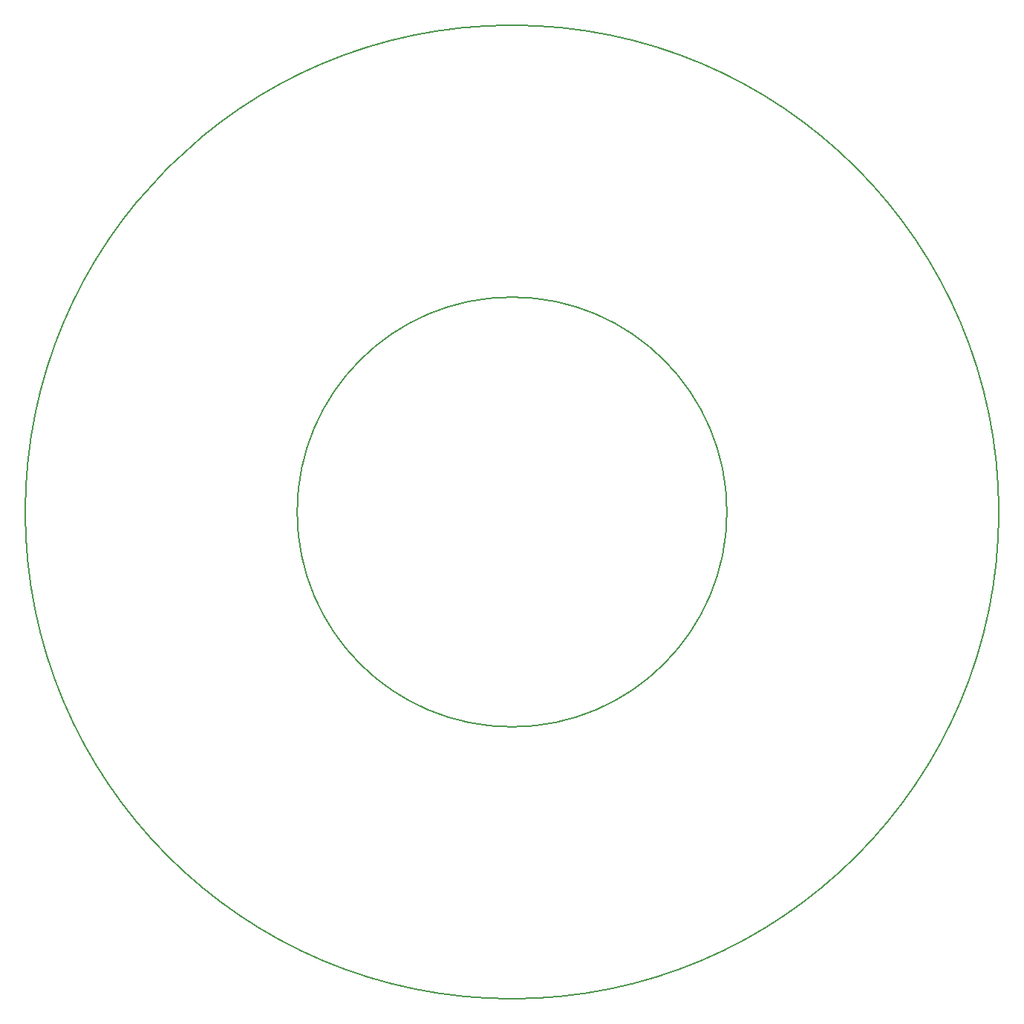
<source format=gbr>
%TF.GenerationSoftware,KiCad,Pcbnew,5.0.2-bee76a0~70~ubuntu18.04.1*%
%TF.CreationDate,2020-04-21T10:56:59+02:00*%
%TF.ProjectId,gsvesc,67737665-7363-42e6-9b69-6361645f7063,rev?*%
%TF.SameCoordinates,PX5f5e038PY5f5e038*%
%TF.FileFunction,Paste,Bot*%
%TF.FilePolarity,Positive*%
%FSLAX46Y46*%
G04 Gerber Fmt 4.6, Leading zero omitted, Abs format (unit mm)*
G04 Created by KiCad (PCBNEW 5.0.2-bee76a0~70~ubuntu18.04.1) date Di 21 Apr 2020 10:56:59 CEST*
%MOMM*%
%LPD*%
G01*
G04 APERTURE LIST*
%ADD10C,0.200000*%
G04 APERTURE END LIST*
D10*
X24500200Y-200D02*
G75*
G03X24500200Y-200I-24500000J0D01*
G01*
X55500200Y-200D02*
G75*
G03X55500200Y-200I-55500000J0D01*
G01*
M02*

</source>
